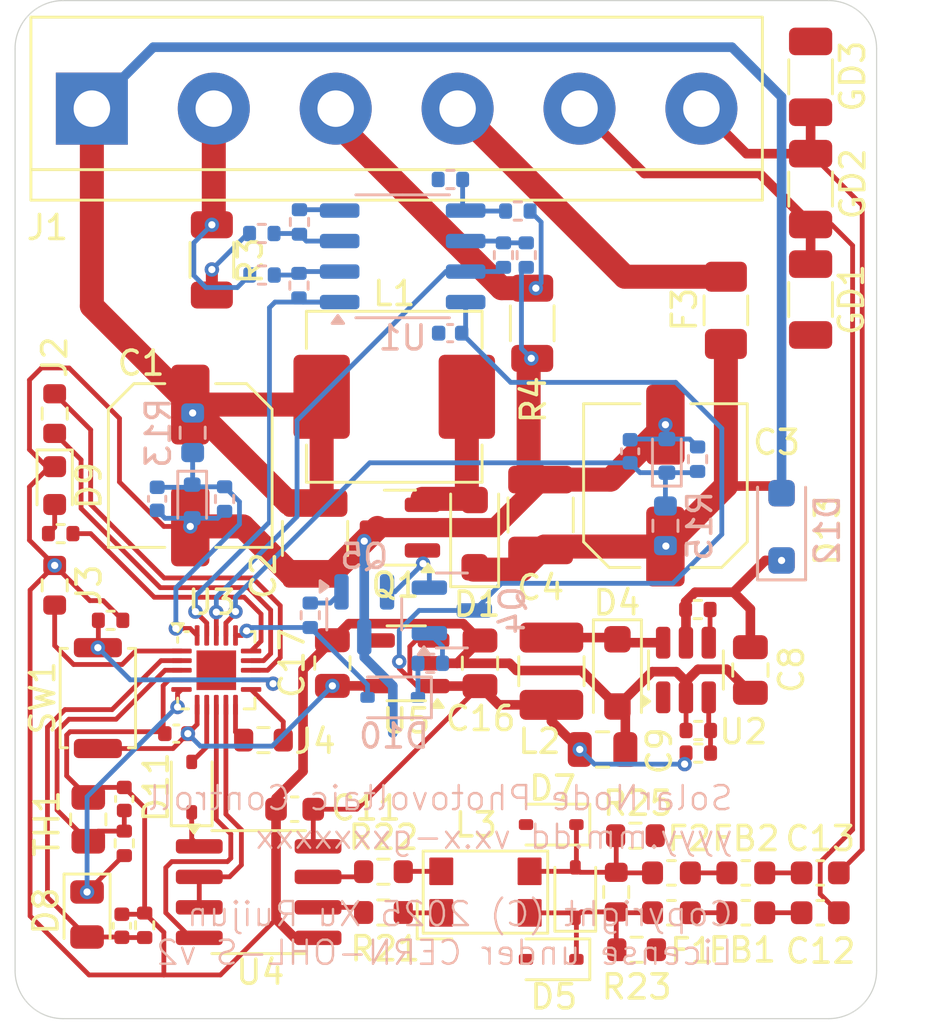
<source format=kicad_pcb>
(kicad_pcb (version 20240108) (generator "pcbnew") (generator_version "8.0")
  (layers (0 "F.Cu" signal) (31 "B.Cu" signal) (34 "B.Paste" user) (35 "F.Paste" user) (36 "B.SilkS" user "B.Silkscreen") (37 "F.SilkS" user "F.Silkscreen") (38 "B.Mask" user) (39 "F.Mask" user) (44 "Edge.Cuts" user))
  (net 0 "")
  (net 1 "GND")
  (net 2 "/SLR+")
  (net 3 "+5V")
  (net 4 "VINP")
  (net 5 "+3.3V")
  (net 6 "Net-(C12-Pad1)")
  (net 7 "/485+")
  (net 8 "Net-(C13-Pad1)")
  (net 9 "/485-")
  (net 10 "/ADC_PD")
  (net 11 "/ADC_T")
  (net 12 "Net-(D1-A)")
  (net 13 "/ADC_Vslr")
  (net 14 "/ADC_Vbus")
  (net 15 "Net-(D4-K)")
  (net 16 "Net-(D5-K)")
  (net 17 "Net-(D6-A)")
  (net 18 "/SampEn")
  (net 19 "Net-(F1-Pad2)")
  (net 20 "Net-(F2-Pad2)")
  (net 21 "Net-(J1-Pin_4)")
  (net 22 "Net-(L3-Pad1)")
  (net 23 "Net-(L3-Pad4)")
  (net 24 "/BUS_Is")
  (net 25 "/SLR_Is")
  (net 26 "/MOS_G")
  (net 27 "Net-(Q4-B)")
  (net 28 "Net-(Q5-B)")
  (net 29 "/MOS_DrvIn")
  (net 30 "/SLR-")
  (net 31 "/BUS-")
  (net 32 "Net-(U1A--)")
  (net 33 "/ADC_Islr")
  (net 34 "Net-(U1A-+)")
  (net 35 "Net-(U1B-+)")
  (net 36 "Net-(U1B--)")
  (net 37 "/ADC_Ibus")
  (net 38 "Net-(U2-~{SHDN})")
  (net 39 "Net-(U2-FB)")
  (net 40 "/PUSH")
  (net 41 "Net-(U4-A)")
  (net 42 "Net-(U4-B)")
  (net 44 "/MAX485_TR")
  (net 45 "/MAX485_RO")
  (net 46 "Net-(D9-A)")
  (net 47 "Net-(J2-Pin_1)")
  (net 48 "/I2C_SCL")
  (net 49 "/I2C_SDA")
  (net 50 "Net-(J2-Pin_2)")
  (net 51 "Net-(J3-Pin_1)")
  (net 52 "/MAX485_DI")
  (net 54 "Net-(D10-K)")
  (net 55 "Net-(U3-NRST_PF2)")
  (net 56 "Net-(D11-K)")
  (net 57 "/BUS+")
  (footprint "Resistor_SMD:R_0402_1005Metric" (layer "F.Cu") (at 116.58 82.71)
    (property "Reference" "R20" (hide yes))
    (property "Value" "10k")
  )
  (footprint "Capacitor_SMD:C_0402_1005Metric" (layer "F.Cu") (at 117.05 95.4325 90)
    (property "Reference" "C14" (hide yes))
    (property "Value" "0.1uF")
  )
  (footprint "Fuse:Fuse_0603_1608Metric" (layer "F.Cu") (at 139.95 93.23)
    (property "Reference" "F2")
    (property "Value" "20mA")
  )
  (footprint "Capacitor_SMD:C_0402_1005Metric" (layer "F.Cu") (at 119.32 87.43)
    (property "Reference" "C10" (hide yes))
    (property "Value" "0.1uF")
  )
  (footprint "Package_DFN_QFN:QFN-20-1EP_3x3mm_P0.4mm_EP1.65x1.65mm" (layer "F.Cu") (at 120.985 84.79)
    (property "Reference" "U3")
    (property "Value" "PY32F003F18U6TR")
  )
  (footprint "Diode_SMD:D_0805_2012Metric" (layer "F.Cu") (at 115.6 94.9625 -90)
    (property "Reference" "D8")
    (property "Value" "D_Photo")
  )
  (footprint "Capacitor_SMD:C_1206_3216Metric" (layer "F.Cu") (at 145.75 69.35 -90)
    (property "Reference" "GD1")
    (property "Value" "75V")
  )
  (footprint "Resistor_SMD:R_0402_1005Metric" (layer "F.Cu") (at 114.5 79.1 180)
    (property "Reference" "R28" (hide yes))
    (property "Value" "470R")
  )
  (footprint "Diode_SMD:D_SOD-123F" (layer "F.Cu") (at 131.75 79.1 90)
    (property "Reference" "D1")
    (property "Value" "DSK310")
  )
  (footprint "LED_SMD:LED_0603_1608Metric" (layer "F.Cu") (at 114.25 77.1 -90)
    (property "Reference" "D9")
    (property "Value" "LED")
  )
  (footprint "Package_TO_SOT_SMD:SOT-23" (layer "F.Cu") (at 128.6375 78.85 180)
    (property "Reference" "Q1")
    (property "Value" "AO3400")
  )
  (footprint "Fuse:Fuse_0603_1608Metric" (layer "F.Cu") (at 139.95 94.89)
    (property "Reference" "F1")
    (property "Value" "20mA")
  )
  (footprint "Diode_SMD:D_SOD-323" (layer "F.Cu") (at 134.94 91.2175 180)
    (property "Reference" "D7")
    (property "Value" "CESDB5V0D3")
  )
  (footprint "Resistor_SMD:R_0402_1005Metric" (layer "F.Cu") (at 118 95.4125 90)
    (property "Reference" "R26" (hide yes))
    (property "Value" "10k")
  )
  (footprint "ProjectLibrary:NetTie-2_VIA_Pad0.6_0.3mm" (layer "F.Cu") (at 134.11 71.8 -90)
    (property "Reference" "NT1" (hide yes))
    (property "Value" "NetTie_2" (hide yes))
  )
  (footprint "Capacitor_SMD:C_Elec_6.3x5.4" (layer "F.Cu") (at 139.7 77.1 90)
    (property "Reference" "C3")
    (property "Value" "10uF 100V")
  )
  (footprint "Capacitor_SMD:C_0603_1608Metric" (layer "F.Cu") (at 146.15 93.23)
    (property "Reference" "C13")
    (property "Value" "100nF 100V")
  )
  (footprint "Resistor_SMD:R_0603_1608Metric" (layer "F.Cu") (at 114.25 81.25 90)
    (property "Reference" "J3")
    (property "Value" "Conn_01x02")
  )
  (footprint "Capacitor_SMD:C_0603_1608Metric" (layer "F.Cu") (at 146.15 94.89)
    (property "Reference" "C12")
    (property "Value" "100nF 100V")
  )
  (footprint "Package_TO_SOT_SMD:SOT-23-5" (layer "F.Cu") (at 128.9 84.5 180)
    (property "Reference" "U5")
    (property "Value" "SGM2033-3.3")
  )
  (footprint "Inductor_SMD:L_1210_3225Metric" (layer "F.Cu") (at 134.95 84.83 -90)
    (property "Reference" "L2")
    (property "Value" "47uH")
  )
  (footprint "Capacitor_SMD:C_0805_2012Metric" (layer "F.Cu") (at 125.8225 84.49 90)
    (property "Reference" "C17")
    (property "Value" "10uF")
  )
  (footprint "Capacitor_SMD:C_1210_3225Metric" (layer "F.Cu") (at 125.1 79.3 -90)
    (property "Reference" "C2")
    (property "Value" "2.2uF 100V")
  )
  (footprint "Package_TO_SOT_SMD:SOT-23-6" (layer "F.Cu") (at 140.555 84.78 90)
    (property "Reference" "U2")
    (property "Value" "OC5864")
  )
  (footprint "Capacitor_SMD:C_Elec_6.3x5.4" (layer "F.Cu") (at 119.9 76.2625 -90)
    (property "Reference" "C1")
    (property "Value" "22uF 50V")
  )
  (footprint "Resistor_SMD:R_1206_3216Metric" (layer "F.Cu") (at 120.8 67.7 -90)
    (property "Reference" "R3")
    (property "Value" "0.01")
  )
  (footprint "Resistor_SMD:R_0603_1608Metric" (layer "F.Cu") (at 127.95 94.88)
    (property "Reference" "R21")
    (property "Value" "22R")
  )
  (footprint "Inductor_SMD:L_0603_1608Metric" (layer "F.Cu") (at 143.05 93.23)
    (property "Reference" "FB2")
    (property "Value" "1000R")
  )
  (footprint "Capacitor_SMD:C_0805_2012Metric" (layer "F.Cu") (at 143.24 84.78 90)
    (property "Reference" "C8")
    (property "Value" "1uF 100V")
  )
  (footprint "Capacitor_SMD:C_1210_3225Metric" (layer "F.Cu") (at 134.5 78.325 90)
    (property "Reference" "C4")
    (property "Value" "2.2uF 100V")
  )
  (footprint "Resistor_SMD:R_0603_1608Metric" (layer "F.Cu") (at 138.45 91.68)
    (property "Reference" "R25")
    (property "Value" "1M")
  )
  (footprint "Resistor_SMD:R_0603_1608Metric" (layer "F.Cu") (at 114.25 74.1 -90)
    (property "Reference" "J2")
    (property "Value" "Conn_01x02")
  )
  (footprint "Resistor_SMD:R_0603_1608Metric" (layer "F.Cu") (at 127.95 93.18)
    (property "Reference" "R22")
    (property "Value" "22R")
  )
  (footprint "Fuse:Fuse_1206_3216Metric" (layer "F.Cu") (at 142.22 69.8 -90)
    (property "Reference" "F3")
    (property "Value" "2A")
  )
  (footprint "Capacitor_SMD:C_0805_2012Metric" (layer "F.Cu") (at 137.08 88.09)
    (property "Reference" "C9")
    (property "Value" "10uF")
  )
  (footprint "Resistor_SMD:R_0603_1608Metric" (layer "F.Cu") (at 138.5 96.43)
    (property "Reference" "R23")
    (property "Value" "1M")
  )
  (footprint "Diode_SMD:D_SOD-323" (layer "F.Cu") (at 134.94 96.83 180)
    (property "Reference" "D5")
    (property "Value" "CESDB5V0D3")
  )
  (footprint "Resistor_SMD:R_0402_1005Metric" (layer "F.Cu") (at 141.07 87.3)
    (property "Reference" "R18" (hide yes))
    (property "Value" "20k")
  )
  (footprint "Capacitor_SMD:C_0805_2012Metric" (layer "F.Cu") (at 131.9725 84.5 90)
    (property "Reference" "C16")
    (property "Value" "10uF")
  )
  (footprint "Inductor_SMD:L_APV_APH0630" (layer "F.Cu") (at 128.4 73.4)
    (property "Reference" "L1")
    (property "Value" "10uH")
  )
  (footprint "Diode_SMD:D_SOD-323" (layer "F.Cu") (at 135.945 94.05 90)
    (property "Reference" "D6" (hide yes))
    (property "Value" "CESDB5V0D3")
  )
  (footprint "NetTie:NetTie-2_SMD_Pad0.5mm" (layer "F.Cu") (at 120.8 68.6 -90)
    (property "Reference" "NT2" (hide yes))
    (property "Value" "NetTie_2" (hide yes))
  )
  (footprint "Package_SO:SOIC-8_3.9x4.9mm_P1.27mm" (layer "F.Cu") (at 122.75 94.03)
    (property "Reference" "U4")
    (property "Value" "MAX485E")
  )
  (footprint "Resistor_SMD:R_0603_1608Metric" (layer "F.Cu") (at 137.65 94.03 90)
    (property "Reference" "R24" (hide yes))
    (property "Value" "1M")
  )
  (footprint "Resistor_SMD:R_0603_1608Metric" (layer "F.Cu") (at 122.95 87.7)
    (property "Reference" "J4")
    (property "Value" "Conn_01x02")
  )
  (footprint "Resistor_SMD:R_0805_2012Metric" (layer "F.Cu") (at 115.65 91 90)
    (property "Reference" "TH1")
    (property "Value" "Thermistor_NTC")
  )
  (footprint "Capacitor_SMD:C_1206_3216Metric" (layer "F.Cu") (at 145.75 60.075 90)
    (property "Reference" "GD3")
    (property "Value" "75V")
  )
  (footprint "Resistor_SMD:R_0402_1005Metric" (layer "F.Cu") (at 141.07 88.24 180)
    (property "Reference" "R19" (hide yes))
    (property "Value" "100k")
  )
  (footprint "Resistor_SMD:R_1206_3216Metric" (layer "F.Cu") (at 134.15 70.34 90)
    (property "Reference" "R4")
    (property "Value" "0.01")
  )
  (footprint "Inductor_SMD:L_0603_1608Metric" (layer "F.Cu") (at 143.05 94.89)
    (property "Reference" "FB1")
    (property "Value" "1000R")
  )
  (footprint "Capacitor_SMD:C_0603_1608Metric" (layer "F.Cu") (at 124.25 90.5775)
    (property "Reference" "C11")
    (property "Value" "0.1uF")
  )
  (footprint "Resistor_SMD:R_0402_1005Metric" (layer "F.Cu") (at 117.15 92 90)
    (property "Reference" "R27" (hide yes))
    (property "Value" "10k")
  )
  (footprint "Inductor_SMD:L_CommonModeChoke_Coilcraft_1812CAN" (layer "F.Cu") (at 132.2 94.03 90)
    (property "Reference" "L3")
    (property "Value" "1000R")
  )
  (footprint "Button_Switch_SMD:SW_Push_SPST_NO_Alps_SKRK" (layer "F.Cu") (at 116.05 85.95 90)
    (property "Reference" "SW1")
    (property "Value" "3*4*2mm")
  )
  (footprint "Diode_SMD:D_SOD-123F" (layer "F.Cu") (at 137.7 84.9 -90)
    (property "Reference" "D4")
    (property "Value" "DSK210")
  )
  (footprint "Resistor_SMD:R_0402_1005Metric" (layer "F.Cu") (at 141.05 82.26)
    (property "Reference" "R17" (hide yes))
    (property "Value" "510k")
  )
  (footprint "Capacitor_SMD:C_1206_3216Metric" (layer "F.Cu") (at 145.75 64.75 90)
    (property "Reference" "GD2")
    (property "Value" "75V")
  )
  (footprint "Diode_SMD:D_SOD-123F" (layer "F.Cu") (at 144.54 78.8175 90)
    (property "Reference" "D13")
    (property "Value" "DSF1D")
  )
  (footprint "Capacitor_SMD:C_0402_1005Metric" (layer "F.Cu") (at 117.15 90.15 90)
    (property "Reference" "C15" (hide yes))
    (property "Value" "0.1uF")
  )
  (footprint "Diode_SMD:D_SOD-323" (layer "F.Cu") (at 119.96 89.6575 90)
    (property "Reference" "D11")
    (property "Value" "2.0V")
  )
  (footprint "TerminalBlock:TerminalBlock_bornier-6_P5.08mm" (layer "F.Cu") (at 115.8 61.4)
    (property "Reference" "J1")
    (property "Value" "Conn_01x06")
  )
  (footprint "Resistor_SMD:R_0402_1005Metric" (layer "B.Cu") (at 124.45 66.12 90)
    (property "Reference" "R8" (hide yes))
    (property "Value" "47k")
  )
  (footprint "Package_TO_SOT_SMD:SOT-23" (layer "B.Cu") (at 130.8 82.3)
    (property "Reference" "Q4")
    (property "Value" "S8550")
  )
  (footprint "Resistor_SMD:R_0402_1005Metric" (layer "B.Cu") (at 132.95 67.5 -90)
    (property "Reference" "R12" (hide yes))
    (property "Value" "47k")
  )
  (footprint "Resistor_SMD:R_0402_1005Metric" (layer "B.Cu") (at 129.9 84.5)
    (property "Reference" "R1" (hide yes))
    (property "Value" "10k")
  )
  (footprint "Resistor_SMD:R_0402_1005Metric" (layer "B.Cu") (at 133.55 65.665 180)
    (property "Reference" "R9" (hide yes))
    (property "Value" "1k")
  )
  (footprint "Resistor_SMD:R_0402_1005Metric" (layer "B.Cu") (at 141.04 76 90)
    (property "Reference" "R16" (hide yes))
    (property "Value" "22k")
  )
  (footprint "Resistor_SMD:R_0402_1005Metric" (layer "B.Cu") (at 133.9 67.5 90)
    (property "Reference" "R10" (hide yes))
    (property "Value" "1k")
  )
  (footprint "Capacitor_SMD:C_0402_1005Metric" (layer "B.Cu") (at 118.52 77.65 -90)
    (property "Reference" "C6" (hide yes))
    (property "Value" "4.7nF")
  )
  (footprint "Diode_SMD:D_SOD-323" (layer "B.Cu") (at 128.3375 85.92 180)
    (property "Reference" "D10")
    (property "Value" "2.0V")
  )
  (footprint "Capacitor_SMD:C_0402_1005Metric" (layer "B.Cu") (at 130.73 70.75 180)
    (property "Reference" "C5" (hide yes))
    (property "Value" "0.1uF")
  )
  (footprint "Resistor_SMD:R_0402_1005Metric" (layer "B.Cu") (at 130.74 64.35 180)
    (property "Reference" "R11" (hide yes))
    (property "Value" "47k")
  )
  (footprint "Diode_SMD:D_SOD-523" (layer "B.Cu") (at 139.76 75.86 90)
    (property "Reference" "D3" (hide yes))
    (property "Value" "CESD3V3D5")
  )
  (footprint "Resistor_SMD:R_0402_1005Metric" (layer "B.Cu") (at 124.9 82.5 90)
    (property "Reference" "R2" (hide yes))
    (property "Value" "10k")
  )
  (footprint "Resistor_SMD:R_0603_1608Metric" (layer "B.Cu") (at 120 74.9 -90)
    (property "Reference" "R13")
    (property "Value" "470k")
  )
  (footprint "Resistor_SMD:R_0402_1005Metric" (layer "B.Cu") (at 122.88 66.6)
    (property "Reference" "R7" (hide yes))
    (property "Value" "1k")
  )
  (footprint "Resistor_SMD:R_0402_1005Metric" (layer "B.Cu") (at 122.89 68.33)
    (property "Reference" "R5" (hide yes))
    (property "Value" "1k")
  )
  (footprint "Package_SO:SOP-8_3.9x4.9mm_P1.27mm" (layer "B.Cu") (at 128.75 67.55)
    (property "Reference" "U1")
    (property "Value" "LM358")
  )
  (footprint "Capacitor_SMD:C_0402_1005Metric" (layer "B.Cu") (at 138.23 75.67 90)
    (property "Reference" "C7" (hide yes))
    (property "Value" "4.7nF")
  )
  (footprint "Resistor_SMD:R_0603_1608Metric" (layer "B.Cu") (at 139.7 78.775 90)
    (property "Reference" "R15")
    (property "Value" "470k")
  )
  (footprint "Diode_SMD:D_SOD-123F" (layer "B.Cu") (at 144.54 78.8175 90)
    (property "Reference" "D12")
    (property "Value" "DSF1D")
  )
  (footprint "Diode_SMD:D_SOD-523" (layer "B.Cu") (at 119.98 77.76 -90)
    (property "Reference" "D2" (hide yes))
    (property "Value" "CESD3V3D5")
  )
  (footprint "Package_TO_SOT_SMD:SOT-23" (layer "B.Cu") (at 127.15 82.4625 -90)
    (property "Reference" "Q5")
    (property "Value" "S8050")
  )
  (footprint "Resistor_SMD:R_0402_1005Metric" (layer "B.Cu") (at 124.43 68.77 -90)
    (property "Reference" "R6" (hide yes))
    (property "Value" "47k")
  )
  (footprint "Resistor_SMD:R_0402_1005Metric" (layer "B.Cu") (at 121.33 77.66 -90)
    (property "Reference" "R14" (hide yes))
    (property "Value" "22k")
  )
  (gr_line (start 148.5 58.9) (end 148.5 97.3) (stroke (width 0.05)) (layer "Edge.Cuts"))
  (gr_arc (start 112.6 58.9) (mid 113.185786 57.485786) (end 114.6 56.9) (stroke (width 0.05)) (layer "Edge.Cuts"))
  (gr_line (start 112.6 97.3) (end 112.6 58.9) (stroke (width 0.05)) (layer "Edge.Cuts"))
  (gr_line (start 114.6 56.9) (end 146.5 56.9) (stroke (width 0.05)) (layer "Edge.Cuts"))
  (gr_arc (start 148.5 97.3) (mid 147.914214 98.714214) (end 146.5 99.3) (stroke (width 0.05)) (layer "Edge.Cuts"))
  (gr_arc (start 114.6 99.3) (mid 113.185786 98.714214) (end 112.6 97.3) (stroke (width 0.05)) (layer "Edge.Cuts"))
  (gr_arc (start 146.5 56.9) (mid 147.914214 57.485786) (end 148.5 58.9) (stroke (width 0.05)) (layer "Edge.Cuts"))
  (gr_line (start 146.5 99.3) (end 114.6 99.3) (stroke (width 0.05)) (layer "Edge.Cuts"))
  (gr_text "SolarNode Photovoltaic Controll\nyyyy.mm.dd vx.x-gxxxxxxx\n\nCopyright (C) 2025 Xu Ruijun\nLicense under CERN-OHL-S v2" (at 142.58 97.14 0) (layer "B.SilkS") (effects (font (size 1 1) (thickness 0.1)) (justify left bottom mirror)))
  (segment (start 114.75 89.1875) (end 114.75 87.491372) (width 0.2) (layer "F.Cu") (net 1))
  (segment (start 134 71.9525) (end 134 76.35) (width 1) (layer "F.Cu") (net 1))
  (segment (start 117.05 94.9525) (end 117.95 94.9525) (width 0.2) (layer "F.Cu") (net 1))
  (segment (start 118 90.52) (end 118 94.9025) (width 0.2) (layer "F.Cu") (net 1))
  (segment (start 114.0375 76.3125) (end 114.25 76.3125) (width 0.2) (layer "F.Cu") (net 1))
  (segment (start 117.09 82.71) (end 116.27 81.89) (width 0.2) (layer "F.Cu") (net 1))
  (segment (start 117.15 89.67) (end 116.0675 89.67) (width 0.2) (layer "F.Cu") (net 1))
  (segment (start 114.891372 87.35) (end 118.76 87.35) (width 0.2) (layer "F.Cu") (net 1))
  (segment (start 137.4125 76.85) (end 139.7 74.5625) (width 1) (layer "F.Cu") (net 1))
  (segment (start 114 80.425) (end 114.25 80.425) (width 0.2) (layer "F.Cu") (net 1))
  (segment (start 116.27 81.89) (end 115.715 81.89) (width 0.2) (layer "F.Cu") (net 1))
  (segment (start 127.7 78.8625) (end 125.7875 80.775) (width 1) (layer "F.Cu") (net 1))
  (segment (start 134.15 71.8025) (end 134 71.9525) (width 1) (layer "F.Cu") (net 1))
  (segment (start 120.585 85.19) (end 120.985 84.79) (width 0.2) (layer "F.Cu") (net 1))
  (segment (start 119.535 85.19) (end 120.585 85.19) (width 0.2) (layer "F.Cu") (net 1))
  (segment (start 114.25 76.3125) (end 113.9125 76.3125) (width 0.2) (layer "F.Cu") (net 1))
  (segment (start 118.8 97.48) (end 121.154999 97.48) (width 0.2) (layer "F.Cu") (net 1))
  (segment (start 115.715 81.89) (end 113.2 79.375) (width 0.2) (layer "F.Cu") (net 1))
  (segment (start 113.2 75.6) (end 113.2 72.7) (width 0.2) (layer "F.Cu") (net 1))
  (segment (start 115.68 97.48) (end 118.8 97.48) (width 0.2) (layer "F.Cu") (net 1))
  (segment (start 121.154999 97.48) (end 123.475 95.159999) (width 0.2) (layer "F.Cu") (net 1))
  (segment (start 116.95 74.3) (end 116.95 76.95) (width 0.2) (layer "F.Cu") (net 1))
  (segment (start 133.2 84.5) (end 131.0225 84.5) (width 0.4) (layer "F.Cu") (net 1))
  (segment (start 140.56 87.3) (end 140.56 85.9225) (width 0.2) (layer "F.Cu") (net 1))
  (segment (start 133.5 84.8) (end 133.2 84.5) (width 0.4) (layer "F.Cu") (net 1))
  (segment (start 127.712499 78.850001) (end 132.600429 78.850001) (width 0.8) (layer "F.Cu") (net 1))
  (segment (start 127.7 78.8625) (end 127.712499 78.850001) (width 0.6) (layer "F.Cu") (net 1))
  (segment (start 140.149999 84.85) (end 139.15 84.85) (width 0.4) (layer "F.Cu") (net 1))
  (segment (start 119.535 85.19) (end 119.01364 85.19) (width 0.2) (layer "F.Cu") (net 1))
  (segment (start 123.475 95.159999) (end 124.250001 95.935) (width 0.4) (layer "F.Cu") (net 1))
  (segment (start 136.2 84.8) (end 133.5 84.8) (width 0.4) (layer "F.Cu") (net 1))
  (segment (start 140.56 85.9225) (end 140.555 85.9175) (width 0.2) (layer "F.Cu") (net 1))
  (segment (start 113.2 77.15) (end 114.0375 76.3125) (width 0.2) (layer "F.Cu") (net 1))
  (segment (start 113.2 72.7) (end 113.7 72.2) (width 0.2) (layer "F.Cu") (net 1))
  (segment (start 132.600429 78.850001) (end 134.5 76.95043) (width 0.8) (layer "F.Cu") (net 1))
  (segment (start 134 76.35) (end 134.5 76.85) (width 1) (layer "F.Cu") (net 1))
  (segment (start 116.0675 89.67) (end 115.65 90.0875) (width 0.2) (layer "F.Cu") (net 1))
  (segment (start 113.225 95.025) (end 115.68 97.48) (width 0.2) (layer "F.Cu") (net 1))
  (segment (start 141.060001 84.75) (end 142.26 84.75) (width 0.4) (layer "F.Cu") (net 1))
  (segment (start 113.7 72.2) (end 114.85 72.2) (width 0.2) (layer "F.Cu") (net 1))
  (segment (start 134.5 76.85) (end 137.4125 76.85) (width 1) (layer "F.Cu") (net 1))
  (segment (start 117.95 94.9525) (end 118 94.9025) (width 0.2) (layer "F.Cu") (net 1))
  (segment (start 134.5 76.95043) (end 134.5 76.85) (width 0.6) (layer "F.Cu") (net 1))
  (segment (start 142.26 84.75) (end 143.24 85.73) (width 0.4) (layer "F.Cu") (net 1))
  (segment (start 126.5125 82.85) (end 131.2725 82.85) (width 0.4) (layer "F.Cu") (net 1))
  (segment (start 140.555 85.255001) (end 141.060001 84.75) (width 0.4) (layer "F.Cu") (net 1))
  (segment (start 123.475 90.5775) (end 123.475 90.125) (width 0.4) (layer "F.Cu") (net 1))
  (segment (start 116.95 76.95) (end 118.8 78.8) (width 0.2) (layer "F.Cu") (net 1))
  (segment (start 114.75 87.491372) (end 114.891372 87.35) (width 0.2) (layer "F.Cu") (net 1))
  (segment (start 113.9125 76.3125) (end 113.2 75.6) (width 0.2) (layer "F.Cu") (net 1))
  (segment (start 118.8 78.8) (end 119.9 78.8) (width 0.2) (layer "F.Cu") (net 1))
  (segment (start 140.555 85.255001) (end 140.149999 84.85) (width 0.4) (layer "F.Cu") (net 1))
  (segment (start 131.0225 84.5) (end 131.9725 83.55) (width 0.4) (layer "F.Cu") (net 1))
  (segment (start 125.7875 80.775) (end 125.1 80.775) (width 1) (layer "F.Cu") (net 1))
  (segment (start 124.075 80.775) (end 122.1 78.8) (width 1) (layer "F.Cu") (net 1))
  (segment (start 125.1 80.775) (end 124.075 80.775) (width 1) (layer "F.Cu") (net 1))
  (segment (start 122.1 78.8) (end 119.9 78.8) (width 1) (layer "F.Cu") (net 1))
  (segment (start 118.77 85.43364) (end 118.77 87.36) (width 0.2) (layer "F.Cu") (net 1))
  (segment (start 117.15 89.67) (end 118 90.52) (width 0.2) (layer "F.Cu") (net 1))
  (segment (start 124.6 89) (end 124.6 84.7625) (width 0.4) (layer "F.Cu") (net 1))
  (segment (start 115.65 90.0875) (end 114.75 89.1875) (width 0.2) (layer "F.Cu") (net 1))
  (segment (start 124.6 84.7625) (end 125.8225 83.54) (width 0.4) (layer "F.Cu") (net 1))
  (segment (start 125.8225 83.54) (end 126.5125 82.85) (width 0.4) (layer "F.Cu") (net 1))
  (segment (start 140.555 85.9175) (end 140.555 85.255001) (width 0.4) (layer "F.Cu") (net 1))
  (segment (start 118.77 87.36) (end 118.84 87.43) (width 0.2) (layer "F.Cu") (net 1))
  (segment (start 119.01364 85.19) (end 118.77 85.43364) (width 0.2) (layer "F.Cu") (net 1))
  (segment (start 123.475 90.125) (end 124.6 89) (width 0.4) (layer "F.Cu") (net 1))
  (segment (start 123.475 90.5775) (end 123.475 95.159999) (width 0.4) (layer "F.Cu") (net 1))
  (segment (start 118.8 95.7025) (end 118.8 97.48) (width 0.2) (layer "F.Cu") (net 1))
  (segment (start 137.7 86.3) (end 136.2 84.8) (width 0.4) (layer "F.Cu") (net 1))
  (segment (start 131.2725 82.85) (end 131.9725 83.55) (width 0.4) (layer "F.Cu") (net 1))
  (segment (start 118 94.9025) (end 118.8 95.7025) (width 0.2) (layer "F.Cu") (net 1))
  (segment (start 114.25 80.425) (end 113.225 81.45) (width 0.2) (layer "F.Cu") (net 1))
  (segment (start 113.2 79.375) (end 113.2 77.15) (width 0.2) (layer "F.Cu") (net 1))
  (segment (start 118.76 87.35) (end 118.84 87.43) (width 0.2) (layer "F.Cu") (net 1))
  (segment (start 124.250001 95.935) (end 125.225 95.935) (width 0.4) (layer "F.Cu") (net 1))
  (segment (start 113.225 81.45) (end 113.225 95.025) (width 0.2) (layer "F.Cu") (net 1))
  (segment (start 130.0375 84.5) (end 131.0225 84.5) (width 0.4) (layer "F.Cu") (net 1))
  (segment (start 139.15 84.85) (end 137.7 86.3) (width 0.4) (layer "F.Cu") (net 1))
  (segment (start 114.85 72.2) (end 116.95 74.3) (width 0.2) (layer "F.Cu") (net 1))
  (segment (start 138.03 88.09) (end 138.03 86.63) (width 0.4) (layer "F.Cu") (net 1))
  (segment (start 138.03 86.63) (end 137.7 86.3) (width 0.4) (layer "F.Cu") (net 1))
  (via (at 119.9 78.8) (size 0.6) (drill 0.3) (layers "F.Cu" "B.Cu") (net 1))
  (via (at 127.15 79.4125) (size 0.6) (drill 0.3) (layers "F.Cu" "B.Cu") (net 1))
  (via (at 114.25 80.425) (size 0.6) (drill 0.3) (layers "F.Cu" "B.Cu") (net 1))
  (via (at 139.7 74.5625) (size 0.6) (drill 0.3) (layers "F.Cu" "B.Cu") (net 1))
  (segment (start 127.15 79.4125) (end 127.15 83.4) (width 0.4) (layer "B.Cu") (net 1))
  (segment (start 118.85 78.46) (end 118.52 78.13) (width 0.2) (layer "B.Cu") (net 1))
  (segment (start 119.98 78.46) (end 121.04 78.46) (width 0.2) (layer "B.Cu") (net 1))
  (segment (start 121.04 78.46) (end 121.33 78.17) (width 0.2) (layer "B.Cu") (net 1))
  (segment (start 126.09 65.61) (end 126.125 65.645) (width 0.2) (layer "B.Cu") (net 1))
  (segment (start 139.76 75.16) (end 138.26 75.16) (width 0.2) (layer "B.Cu") (net 1))
  (segment (start 124.45 65.61) (end 126.09 65.61) (width 0.2) (layer "B.Cu") (net 1))
  (segment (start 127.15 84.25) (end 128.34 85.44) (width 0.4) (layer "B.Cu") (net 1))
  (segment (start 128.34 85.44) (end 128.34 87.4) (width 0.4) (layer "B.Cu") (net 1))
  (segment (start 139.76 75.16) (end 139.76 74.6225) (width 0.2) (layer "B.Cu") (net 1))
  (segment (start 139.76 75.16) (end 140.71 75.16) (width 0.2) (layer "B.Cu") (net 1))
  (segment (start 140.71 75.16) (end 141.04 75.49) (width 0.2) (layer "B.Cu") (net 1))
  (segment (start 119.98 78.46) (end 118.85 78.46) (width 0.2) (layer "B.Cu") (net 1))
  (segment (start 139.76 74.6225) (end 139.7 74.5625) (width 0.2) (layer "B.Cu") (net 1))
  (segment (start 127.15 83.4) (end 127.15 84.25) (width 0.4) (layer "B.Cu") (net 1))
  (segment (start 138.26 75.16) (end 138.23 75.19) (width 0.2) (layer "B.Cu") (net 1))
  (segment (start 125.05 73.725) (end 125.375 73.4) (width 1) (layer "F.Cu") (net 2))
  (segment (start 120 74.075) (end 120.35 73.725) (width 1) (layer "F.Cu") (net 2))
  (segment (start 120 74.075) (end 120.25 74.075) (width 1) (layer "F.Cu") (net 2))
  (segment (start 120.35 73.725) (end 125.05 73.725) (width 1) (layer "F.Cu") (net 2))
  (segment (start 119.9 73.725) (end 115.8 69.625) (width 1) (layer "F.Cu") (net 2))
  (segment (start 124 77.825) (end 125.1 77.825) (width 1) (layer "F.Cu") (net 2))
  (segment (start 120.25 74.075) (end 124 77.825) (width 1) (layer "F.Cu") (net 2))
  (segment (start 125.375 73.4) (end 125.375 77.55) (width 1) (layer "F.Cu") (net 2))
  (segment (start 125.375 77.55) (end 125.1 77.825) (width 1) (layer "F.Cu") (net 2))
  (segment (start 115.8 69.625) (end 115.8 61.4) (width 1) (layer "F.Cu") (net 2))
  (via (at 120 74.075) (size 0.6) (drill 0.3) (layers "F.Cu" "B.Cu") (net 2))
  (segment (start 142.47 58.84) (end 118.36 58.84) (width 0.4) (layer "B.Cu") (net 2))
  (segment (start 144.54 77.4175) (end 144.54 60.91) (width 0.4) (layer "B.Cu") (net 2))
  (segment (start 144.54 60.91) (end 142.47 58.84) (width 0.4) (layer "B.Cu") (net 2))
  (segment (start 118.36 58.84) (end 115.8 61.4) (width 0.4) (layer "B.Cu") (net 2))
  (segment (start 125.025 90.5775) (end 125.025 91.925) (width 0.2) (layer "F.Cu") (net 3))
  (segment (start 126.845 90.5775) (end 131.9725 85.45) (width 0.2) (layer "F.Cu") (net 3))
  (segment (start 134.95 86.23) (end 134.95 86.91) (width 0.4) (layer "F.Cu") (net 3))
  (segment (start 140.5 88.7) (end 140.56 88.64) (width 0.2) (layer "F.Cu") (net 3))
  (segment (start 128.61 84.71) (end 129.05 85.15) (width 0.2) (layer "F.Cu") (net 3))
  (segment (start 132.7525 86.23) (end 131.9725 85.45) (width 0.4) (layer "F.Cu") (net 3))
  (segment (start 140.56 88.64) (end 140.56 88.24) (width 0.2) (layer "F.Cu") (net 3))
  (segment (start 134.95 86.91) (end 136.13 88.09) (width 0.4) (layer "F.Cu") (net 3))
  (segment (start 125.025 90.5775) (end 126.845 90.5775) (width 0.2) (layer "F.Cu") (net 3))
  (segment (start 134.95 86.23) (end 132.7525 86.23) (width 0.4) (layer "F.Cu") (net 3))
  (segment (start 131.9725 85.45) (end 130.0375 85.45) (width 0.4) (layer "F.Cu") (net 3))
  (segment (start 129.3 83.55) (end 129.05 83.8) (width 0.2) (layer "F.Cu") (net 3))
  (segment (start 128.61 84.43) (end 128.61 84.71) (width 0.2) (layer "F.Cu") (net 3))
  (segment (start 129.05 85.15) (end 129.35 85.45) (width 0.2) (layer "F.Cu") (net 3))
  (segment (start 130.0375 83.55) (end 129.3 83.55) (width 0.2) (layer "F.Cu") (net 3))
  (segment (start 129.05 83.8) (end 129.05 85.15) (width 0.2) (layer "F.Cu") (net 3))
  (segment (start 129.35 85.45) (end 130.0375 85.45) (width 0.2) (layer "F.Cu") (net 3))
  (segment (start 125.025 91.925) (end 125.225 92.125) (width 0.2) (layer "F.Cu") (net 3))
  (via (at 128.61 84.43) (size 0.6) (drill 0.3) (layers "F.Cu" "B.Cu") (net 3))
  (via (at 140.5 88.7) (size 0.6) (drill 0.3) (layers "F.Cu" "B.Cu") (net 3))
  (via (at 136.13 88.09) (size 0.6) (drill 0.3) (layers "F.Cu" "B.Cu") (net 3))
  (segment (start 140.13 72.8) (end 133.25 72.8) (width 0.2) (layer "B.Cu") (net 3))
  (segment (start 133.25 72.8) (end 131.21 70.76) (width 0.2) (layer "B.Cu") (net 3))
  (segment (start 132.8675 81.17) (end 140.01 81.17) (width 0.2) (layer "B.Cu") (net 3))
  (segment (start 129.434448 82.3) (end 131.7375 82.3) (width 0.2) (layer "B.Cu") (net 3))
  (segment (start 142.05 79.13) (end 142.05 74.72) (width 0.2) (layer "B.Cu") (net 3))
  (segment (start 131.375 70.585) (end 131.21 70.75) (width 0.2) (layer "B.Cu") (net 3))
  (segment (start 142.05 74.72) (end 140.13 72.8) (width 0.2) (layer "B.Cu") (net 3))
  (segment (start 128.61 83.124448) (end 129.434448 82.3) (width 0.2) (layer "B.Cu") (net 3))
  (segment (start 131.21 70.76) (end 131.21 70.75) (width 0.2) (layer "B.Cu") (net 3))
  (segment (start 131.375 69.455) (end 131.375 70.585) (width 0.2) (layer "B.Cu") (net 3))
  (segment (start 140.01 81.17) (end 142.05 79.13) (width 0.2) (layer "B.Cu") (net 3))
  (segment (start 128.61 84.43) (end 128.61 83.124448) (width 0.2) (layer "B.Cu") (net 3))
  (segment (start 136.74 88.7) (end 136.13 88.09) (width 0.2) (layer "B.Cu") (net 3))
  (segment (start 140.5 88.7) (end 136.74 88.7) (width 0.2) (layer "B.Cu") (net 3))
  (segment (start 131.7375 82.3) (end 132.8675 81.17) (width 0.2) (layer "B.Cu") (net 3))
  (segment (start 143.8625 80.2175) (end 144.54 80.2175) (width 0.4) (layer "F.Cu") (net 4))
  (segment (start 140.555 82.275) (end 140.54 82.26) (width 0.4) (layer "F.Cu") (net 4))
  (segment (start 142.54 81.54) (end 140.940001 81.54) (width 0.4) (layer "F.Cu") (net 4))
  (segment (start 140.54 81.940001) (end 140.54 82.26) (width 0.4) (layer "F.Cu") (net 4))
  (segment (start 142.54 81.54) (end 143.8625 80.2175) (width 0.4) (layer "F.Cu") (net 4))
  (segment (start 140.940001 81.54) (end 140.54 81.940001) (width 0.4) (layer "F.Cu") (net 4))
  (segment (start 140.555 83.6425) (end 140.555 82.275) (width 0.4) (layer "F.Cu") (net 4))
  (segment (start 143.24 82.24) (end 142.54 81.54) (width 0.4) (layer "F.Cu") (net 4))
  (segment (start 143.24 83.83) (end 143.24 82.24) (width 0.4) (layer "F.Cu") (net 4))
  (via (at 144.54 80.2175) (size 0.6) (drill 0.3) (layers "F.Cu" "B.Cu") (net 4))
  (segment (start 127.7525 85.44) (end 127.7625 85.45) (width 0.4) (layer "F.Cu") (net 5))
  (segment (start 120.185 86.24) (end 120.185 87.045) (width 0.2) (layer "F.Cu") (net 5))
  (segment (start 125.8225 85.44) (end 127.7525 85.44) (width 0.4) (layer "F.Cu") (net 5))
  (segment (start 120.185 87.045) (end 119.8 87.43) (width 0.2) (layer "F.Cu") (net 5))
  (segment (start 116.05 88.05) (end 119.18 88.05) (width 0.2) (layer "F.Cu") (net 5))
  (segment (start 119.18 88.05) (end 119.8 87.43) (width 0.2) (layer "F.Cu") (net 5))
  (via (at 125.8225 85.44) (size 0.6) (drill 0.3) (layers "F.Cu" "B.Cu") (net 5))
  (via (at 119.8 87.43) (size 0.6) (drill 0.3) (layers "F.Cu" "B.Cu") (net 5))
  (segment (start 123.3125 87.95) (end 125.8225 85.44) (width 0.2) (layer "B.Cu") (net 5))
  (segment (start 120.32 87.95) (end 123.3125 87.95) (width 0.2) (layer "B.Cu") (net 5))
  (segment (start 119.8 87.43) (end 120.32 87.95) (width 0.2) (layer "B.Cu") (net 5))
  (segment (start 145.375 94.89) (end 143.8375 94.89) (width 0.2) (layer "F.Cu") (net 6))
  (segment (start 147.5 67.1) (end 147.5 91.431304) (width 0.2) (layer "F.Cu") (net 7))
  (segment (start 146.15 92.781304) (end 146.15 94.115) (width 0.2) (layer "F.Cu") (net 7))
  (segment (start 147.5 91.431304) (end 146.15 92.781304) (width 0.2) (layer "F.Cu") (net 7))
  (segment (start 146.15 94.115) (end 146.925 94.89) (width 0.2) (layer "F.Cu") (net 7))
  (segment (start 138.82 64.1) (end 136.12 61.4) (width 0.4) (layer "F.Cu") (net 7))
  (segment (start 145.75 66.225) (end 146.625 66.225) (width 0.2) (layer "F.Cu") (net 7))
  (segment (start 145.75 67.875) (end 145.75 66.225) (width 0.4) (layer "F.Cu") (net 7))
  (segment (start 146.625 66.225) (end 147.5 67.1) (width 0.2) (layer "F.Cu") (net 7))
  (segment (start 145.75 66.225) (end 143.625 64.1) (width 0.4) (layer "F.Cu") (net 7))
  (segment (start 143.625 64.1) (end 138.82 64.1) (width 0.4) (layer "F.Cu") (net 7))
  (segment (start 145.375 93.23) (end 143.8375 93.23) (width 0.2) (layer "F.Cu") (net 8))
  (segment (start 147.9 65.425) (end 147.9 92.255) (width 0.2) (layer "F.Cu") (net 9))
  (segment (start 145.75 63.275) (end 147.9 65.425) (width 0.2) (layer "F.Cu") (net 9))
  (segment (start 147.9 92.255) (end 146.925 93.23) (width 0.2) (layer "F.Cu") (net 9))
  (segment (start 145.75 63.275) (end 145.75 61.55) (width 0.4) (layer "F.Cu") (net 9))
  (segment (start 145.75 63.275) (end 143.075 63.275) (width 0.4) (layer "F.Cu") (net 9))
  (segment (start 143.075 63.275) (end 141.2 61.4) (width 0.4) (layer "F.Cu") (net 9))
  (segment (start 116.642268 86.43) (end 114.68 86.43) (width 0.2) (layer "F.Cu") (net 10))
  (segment (start 114.68 86.43) (end 113.95 87.16) (width 0.2) (layer "F.Cu") (net 10))
  (segment (start 119.535 84.39) (end 118.682268 84.39) (width 0.2) (layer "F.Cu") (net 10))
  (segment (start 117.0375 95.9) (end 117.05 95.9125) (width 0.2) (layer "F.Cu") (net 10))
  (segment (start 115.6 95.9) (end 117.0375 95.9) (width 0.2) (layer "F.Cu") (net 10))
  (segment (start 113.95 87.16) (end 113.95 94.25) (width 0.2) (layer "F.Cu") (net 10))
  (segment (start 118.682268 84.39) (end 116.642268 86.43) (width 0.2) (layer "F.Cu") (net 10))
  (segment (start 118 95.9225) (end 117.06 95.9225) (width 0.2) (layer "F.Cu") (net 10))
  (segment (start 113.95 94.25) (end 115.6 95.9) (width 0.2) (layer "F.Cu") (net 10))
  (segment (start 117.06 95.9225) (end 117.05 95.9125) (width 0.2) (layer "F.Cu") (net 10))
  (segment (start 118.847954 84.79) (end 116.807954 86.83) (width 0.2) (layer "F.Cu") (net 11))
  (segment (start 117.15 91.49) (end 116.0725 91.49) (width 0.2) (layer "F.Cu") (net 11))
  (segment (start 114.35 90.6125) (end 115.65 91.9125) (width 0.2) (layer "F.Cu") (net 11))
  (segment (start 116.0725 91.49) (end 115.65 91.9125) (width 0.2) (layer "F.Cu") (net 11))
  (segment (start 117.15 90.63) (end 117.15 91.49) (width 0.2) (layer "F.Cu") (net 11))
  (segment (start 116.807954 86.83) (end 114.845686 86.83) (width 0.2) (layer "F.Cu") (net 11))
  (segment (start 114.35 87.325686) (end 114.35 90.6125) (width 0.2) (layer "F.Cu") (net 11))
  (segment (start 114.845686 86.83) (end 114.35 87.325686) (width 0.2) (layer "F.Cu") (net 11))
  (segment (start 119.535 84.79) (end 118.847954 84.79) (width 0.2) (layer "F.Cu") (net 11))
  (segment (start 131.425 73.4) (end 131.425 77.525) (width 1) (layer "F.Cu") (net 12))
  (segment (start 129.575 77.65) (end 131.65 77.65) (width 1) (layer "F.Cu") (net 12))
  (segment (start 119.3 83.05) (end 119.895 83.05) (width 0.2) (layer "F.Cu") (net 13))
  (segment (start 119.895 83.05) (end 120.185 83.34) (width 0.2) (layer "F.Cu") (net 13))
  (via (at 119.3 83.05) (size 0.6) (drill 0.3) (layers "F.Cu" "B.Cu") (net 13))
  (segment (start 120 77.04) (end 119.98 77.06) (width 0.2) (layer "B.Cu") (net 13))
  (segment (start 121.95 78.71) (end 121.95 77.77) (width 0.2) (layer "B.Cu") (net 13))
  (segment (start 121.95 77.77) (end 121.33 77.15) (width 0.2) (layer "B.Cu") (net 13))
  (segment (start 119.3 81.36) (end 121.95 78.71) (width 0.2) (layer "B.Cu") (net 13))
  (segment (start 121.33 77.15) (end 120.07 77.15) (width 0.2) (layer "B.Cu") (net 13))
  (segment (start 120 75.725) (end 120 77.04) (width 0.2) (layer "B.Cu") (net 13))
  (segment (start 120.07 77.15) (end 119.98 77.06) (width 0.2) (layer "B.Cu") (net 13))
  (segment (start 119.87 77.17) (end 119.98 77.06) (width 0.2) (layer "B.Cu") (net 13))
  (segment (start 118.52 77.17) (end 119.87 77.17) (width 0.2) (layer "B.Cu") (net 13))
  (segment (start 119.3 83.05) (end 119.3 81.36) (width 0.2) (layer "B.Cu") (net 13))
  (segment (start 121.784636 82.419004) (end 121.385 82.81864) (width 0.2) (layer "F.Cu") (net 14))
  (segment (start 121.385 82.81864) (end 121.385 83.34) (width 0.2) (layer "F.Cu") (net 14))
  (segment (start 121.784636 82.345928) (end 121.784636 82.419004) (width 0.2) (layer "F.Cu") (net 14))
  (via (at 121.784636 82.345928) (size 0.6) (drill 0.3) (layers "F.Cu" "B.Cu") (net 14))
  (segment (start 139.7 76.62) (end 139.76 76.56) (width 0.2) (layer "B.Cu") (net 14))
  (segment (start 140.99 76.56) (end 141.04 76.51) (width 0.2) (layer "B.Cu") (net 14))
  (segment (start 139.76 76.56) (end 140.99 76.56) (width 0.2) (layer "B.Cu") (net 14))
  (segment (start 139.76 76.56) (end 138.64 76.56) (width 0.2) (layer "B.Cu") (net 14))
  (segment (start 121.784636 82.345928) (end 121.784636 81.745364) (width 0.2) (layer "B.Cu") (net 14))
  (segment (start 121.784636 81.745364) (end 127.38 76.15) (width 0.2) (layer "B.Cu") (net 14))
  (segment (start 138.64 76.56) (end 138.23 76.15) (width 0.2) (layer "B.Cu") (net 14))
  (segment (start 139.7 77.95) (end 139.7 76.62) (width 0.2) (layer "B.Cu") (net 14))
  (segment (start 127.38 76.15) (end 138.23 76.15) (width 0.2) (layer "B.Cu") (net 14))
  (segment (start 134.95 83.43) (end 137.63 83.43) (width 0.4) (layer "F.Cu") (net 15))
  (segment (start 139.605 83.6425) (end 137.8425 83.6425) (width 0.4) (layer "F.Cu") (net 15))
  (segment (start 137.63 83.43) (end 137.7 83.5) (width 0.4) (layer "F.Cu") (net 15))
  (segment (start 137.8425 83.6425) (end 137.7 83.5) (width 0.4) (layer "F.Cu") (net 15))
  (segment (start 135.74 94.895) (end 135.945 95.1) (width 0.2) (layer "F.Cu") (net 16))
  (segment (start 136.19 94.855) (end 135.945 95.1) (width 0.2) (layer "F.Cu") (net 16))
  (segment (start 137.65 94.855) (end 137.65 96.405) (width 0.2) (layer "F.Cu") (net 16))
  (segment (start 135.99 96.83) (end 135.99 95.145) (width 0.2) (layer "F.Cu") (net 16))
  (segment (start 135.99 95.145) (end 135.945 95.1) (width 0.2) (layer "F.Cu") (net 16))
  (segment (start 139.1625 94.89) (end 137.685 94.89) (width 0.2) (layer "F.Cu") (net 16))
  (segment (start 137.65 96.405) (end 137.675 96.43) (width 0.2) (layer "F.Cu") (net 16))
  (segment (start 137.685 94.89) (end 137.65 94.855) (width 0.2) (layer "F.Cu") (net 16))
  (segment (start 134.04 94.895) (end 135.74 94.895) (width 0.2) (layer "F.Cu") (net 16))
  (segment (start 137.65 94.855) (end 136.19 94.855) (width 0.2) (layer "F.Cu") (net 16))
  (segment (start 135.99 91.2175) (end 135.99 92.955) (width 0.2) (layer "F.Cu") (net 17))
  (segment (start 139.1625 93.23) (end 137.675 93.23) (width 0.2) (layer "F.Cu") (net 17))
  (segment (start 137.675 93.23) (end 137.65 93.205) (width 0.2) (layer "F.Cu") (net 17))
  (segment (start 134.04 93.165) (end 135.78 93.165) (width 0.2) (layer "F.Cu") (net 17))
  (segment (start 136.15 93.205) (end 135.945 93) (width 0.2) (layer "F.Cu") (net 17))
  (segment (start 135.78 93.165) (end 135.945 93) (width 0.2) (layer "F.Cu") (net 17))
  (segment (start 137.65 91.705) (end 137.625 91.68) (width 0.2) (layer "F.Cu") (net 17))
  (segment (start 135.99 92.955) (end 135.945 93) (width 0.2) (layer "F.Cu") (net 17))
  (segment (start 137.65 93.205) (end 137.65 91.705) (width 0.2) (layer "F.Cu") (net 17))
  (segment (start 137.65 93.205) (end 136.15 93.205) (width 0.2) (layer "F.Cu") (net 17))
  (segment (start 119.535 85.59) (end 119.37 85.755) (width 0.2) (layer "F.Cu") (net 18))
  (segment (start 117.115 92.51) (end 117.15 92.51) (width 0.2) (layer "F.Cu") (net 18))
  (segment (start 119.37 85.755) (end 119.37 86.32) (width 0.2) (layer "F.Cu") (net 18))
  (segment (start 115.6 94.025) (end 117.115 92.51) (width 0.2) (layer "F.Cu") (net 18))
  (via (at 115.6 94.025) (size 0.6) (drill 0.3) (layers "F.Cu" "B.Cu") (net 18))
  (via (at 119.37 86.32) (size 0.6) (drill 0.3) (layers "F.Cu" "B.Cu") (net 18))
  (segment (start 115.6 90.06) (end 115.6 94.025) (width 0.2) (layer "B.Cu") (net 18))
  (segment (start 119.34 86.32) (end 115.6 90.06) (width 0.2) (layer "B.Cu") (net 18))
  (segment (start 119.37 86.32) (end 119.34 86.32) (width 0.2) (layer "B.Cu") (net 18))
  (segment (start 142.2625 94.89) (end 140.7375 94.89) (width 0.2) (layer "F.Cu") (net 19))
  (segment (start 142.2625 93.23) (end 140.7375 93.23) (width 0.2) (layer "F.Cu") (net 20))
  (segment (start 131.04 61.43) (end 138.01 68.4) (width 1) (layer "F.Cu") (net 21))
  (segment (start 138.01 68.4) (end 142.22 68.4) (width 1) (layer "F.Cu") (net 21))
  (segment (start 131.04 61.4) (end 131.04 61.43) (width 1) (layer "F.Cu") (net 21))
  (segment (start 128.79 94.895) (end 128.775 94.88) (width 0.2) (layer "F.Cu") (net 22))
  (segment (start 130.36 94.895) (end 128.79 94.895) (width 0.2) (layer "F.Cu") (net 22))
  (segment (start 130.36 93.165) (end 128.79 93.165) (width 0.2) (layer "F.Cu") (net 23))
  (segment (start 128.79 93.165) (end 128.775 93.18) (width 0.2) (layer "F.Cu") (net 23))
  (segment (start 133.7 71.39) (end 133.7 68.21) (width 0.2) (layer "B.Cu") (net 24))
  (segment (start 134.11 71.8) (end 133.7 71.39) (width 0.2) (layer "B.Cu") (net 24))
  (segment (start 133.95 68.06) (end 133.9 68.01) (width 0.2) (layer "B.Cu") (net 24))
  (segment (start 133.7 68.21) (end 133.9 68.01) (width 0.2) (layer "B.Cu") (net 24))
  (via (at 120.8 68.1) (size 0.6) (drill 0.3) (layers "F.Cu" "B.Cu") (net 25))
  (segment (start 122.3 66.6) (end 122.37 66.6) (width 0.2) (layer "B.Cu") (net 25))
  (segment (start 120.8 68.1) (end 122.3 66.6) (width 0.2) (layer "B.Cu") (net 25))
  (segment (start 129.6 79.825) (end 129.575 79.8) (width 0.2) (layer "F.Cu") (net 26))
  (segment (start 129.6 80.35) (end 129.6 79.825) (width 0.2) (layer "F.Cu") (net 26))
  (via (at 129.6 80.35) (size 0.6) (drill 0.3) (layers "F.Cu" "B.Cu") (net 26))
  (segment (start 129.8625 81.35) (end 129.8625 80.6125) (width 0.2) (layer "B.Cu") (net 26))
  (segment (start 128.425 81.525) (end 129.6 80.35) (width 0.2) (layer "B.Cu") (net 26))
  (segment (start 129.8625 80.6125) (end 129.6 80.35) (width 0.2) (layer "B.Cu") (net 26))
  (segment (start 128.1 81.525) (end 128.425 81.525) (width 0.2) (layer "B.Cu") (net 26))
  (segment (start 130.41 83.7975) (end 129.8625 83.25) (width 0.2) (layer "B.Cu") (net 27))
  (segment (start 130.41 84.5) (end 130.41 83.7975) (width 0.2) (layer "B.Cu") (net 27))
  (segment (start 125.735 81.99) (end 126.2 81.525) (width 0.2) (layer "B.Cu") (net 28))
  (segment (start 124.9 81.99) (end 125.735 81.99) (width 0.2) (layer "B.Cu") (net 28))
  (segment (start 122.25 83.15) (end 122.06 83.34) (width 0.2) (layer "F.Cu") (net 29))
  (segment (start 122.06 83.34) (end 121.785 83.34) (width 0.2) (layer "F.Cu") (net 29))
  (via (at 122.25 83.15) (size 0.6) (drill 0.3) (layers "F.Cu" "B.Cu") (net 29))
  (segment (start 124.9 83.01) (end 127.2875 85.3975) (width 0.2) (layer "B.Cu") (net 29))
  (segment (start 122.39 83.01) (end 124.9 83.01) (width 0.2) (layer "B.Cu") (net 29))
  (segment (start 127.2875 85.3975) (end 127.2875 85.92) (width 0.2) (layer "B.Cu") (net 29))
  (segment (start 122.25 83.15) (end 122.39 83.01) (width 0.2) (layer "B.Cu") (net 29))
  (segment (start 120.88 66.1575) (end 120.8 66.2375) (width 0.4) (layer "F.Cu") (net 30))
  (segment (start 120.88 61.4) (end 120.88 66.1575) (width 1) (layer "F.Cu") (net 30))
  (via (at 120.8 66.2375) (size 0.6) (drill 0.3) (layers "F.Cu" "B.Cu") (net 30))
  (segment (start 121.86 68.85) (end 120.55 68.85) (width 0.2) (layer "B.Cu") (net 30))
  (segment (start 120.55 68.85) (end 120.05 68.35) (width 0.2) (layer "B.Cu") (net 30))
  (segment (start 122.38 68.33) (end 121.86 68.85) (width 0.2) (layer "B.Cu") (net 30))
  (segment (start 120.05 68.35) (end 120.05 66.9875) (width 0.2) (layer "B.Cu") (net 30))
  (segment (start 120.05 66.9875) (end 120.8 66.2375) (width 0.2) (layer "B.Cu") (net 30))
  (segment (start 125.96 61.965) (end 125.96 61.4) (width 1) (layer "F.Cu") (net 31))
  (segment (start 132.8725 68.8775) (end 125.96 61.965) (width 1) (layer "F.Cu") (net 31))
  (segment (start 134.3 68.8775) (end 132.8725 68.8775) (width 1) (layer "F.Cu") (net 31))
  (via (at 134.3 68.8775) (size 0.6) (drill 0.3) (layers "F.Cu" "B.Cu") (net 31))
  (segment (start 134.3 68.8775) (end 134.52 68.6575) (width 0.2) (layer "B.Cu") (net 31))
  (segment (start 134.52 66.125) (end 134.06 65.665) (width 0.2) (layer "B.Cu") (net 31))
  (segment (start 134.52 68.6575) (end 134.52 66.125) (width 0.2) (layer "B.Cu") (net 31))
  (segment (start 123.4 68.33) (end 124.36 68.33) (width 0.2) (layer "B.Cu") (net 32))
  (segment (start 126.125 68.185) (end 124.505 68.185) (width 0.2) (layer "B.Cu") (net 32))
  (segment (start 124.505 68.185) (end 124.43 68.26) (width 0.2) (layer "B.Cu") (net 32))
  (segment (start 124.36 68.33) (end 124.43 68.26) (width 0.2) (layer "B.Cu") (net 32))
  (segment (start 120.11636 82.35) (end 120.585 82.81864) (width 0.2) (layer "F.Cu") (net 33))
  (segment (start 120.585 82.81864) (end 120.585 83.34) (width 0.2) (layer "F.Cu") (net 33))
  (via (at 120.11636 82.35) (size 0.6) (drill 0.3) (layers "F.Cu" "B.Cu") (net 33))
  (segment (start 126.125 69.455) (end 124.605 69.455) (width 0.2) (layer "B.Cu") (net 33))
  (segment (start 123.2 69.687352) (end 123.432352 69.455) (width 0.2) (layer "B.Cu") (net 33))
  (segment (start 123.2 78.62) (end 123.2 69.687352) (width 0.2) (layer "B.Cu") (net 33))
  (segment (start 123.432352 69.455) (end 126.125 69.455) (width 0.2) (layer "B.Cu") (net 33))
  (segment (start 120.11636 81.70364) (end 123.2 78.62) (width 0.2) (layer "B.Cu") (net 33))
  (segment (start 124.605 69.455) (end 124.43 69.28) (width 0.2) (layer "B.Cu") (net 33))
  (segment (start 120.11636 82.35) (end 120.11636 81.70364) (width 0.2) (layer "B.Cu") (net 33))
  (segment (start 124.42 66.6) (end 124.45 66.63) (width 0.2) (layer "B.Cu") (net 34))
  (segment (start 123.39 66.6) (end 124.42 66.6) (width 0.2) (layer "B.Cu") (net 34))
  (segment (start 126.125 66.915) (end 124.735 66.915) (width 0.2) (layer "B.Cu") (net 34))
  (segment (start 124.735 66.915) (end 124.45 66.63) (width 0.2) (layer "B.Cu") (net 34))
  (segment (start 131.395 65.665) (end 131.375 65.645) (width 0.2) (layer "B.Cu") (net 35))
  (segment (start 133.04 65.665) (end 131.395 65.665) (width 0.2) (layer "B.Cu") (net 35))
  (segment (start 131.25 65.52) (end 131.375 65.645) (width 0.2) (layer "B.Cu") (net 35))
  (segment (start 131.25 64.35) (end 131.25 65.52) (width 0.2) (layer "B.Cu") (net 35))
  (segment (start 131.375 66.915) (end 132.875 66.915) (width 0.2) (layer "B.Cu") (net 36))
  (segment (start 133.9 66.99) (end 132.95 66.99) (width 0.2) (layer "B.Cu") (net 36))
  (segment (start 132.875 66.915) (end 132.95 66.99) (width 0.2) (layer "B.Cu") (net 36))
  (segment (start 120.985 82.370111) (end 120.985 83.34) (width 0.2) (layer "F.Cu") (net 37))
  (via (at 120.985 82.370111) (size 0.6) (drill 0.3) (layers "F.Cu" "B.Cu") (net 37))
  (segment (start 130.550001 68.185) (end 131.375 68.185) (width 0.2) (layer "B.Cu") (net 37))
  (segment (start 124.35 78.39) (end 124.35 74.385001) (width 0.2) (layer "B.Cu") (net 37))
  (segment (start 124.35 74.385001) (end 130.550001 68.185) (width 0.2) (layer "B.Cu") (net 37))
  (segment (start 131.375 68.185) (end 132.775 68.185) (width 0.2) (layer "B.Cu") (net 37))
  (segment (start 132.775 68.185) (end 132.95 68.01) (width 0.2) (layer "B.Cu") (net 37))
  (segment (start 120.985 81.755) (end 124.35 78.39) (width 0.2) (layer "B.Cu") (net 37))
  (segment (start 120.985 82.370111) (end 120.985 81.755) (width 0.2) (layer "B.Cu") (net 37))
  (segment (start 141.56 83.5875) (end 141.505 83.6425) (width 0.2) (layer "F.Cu") (net 38))
  (segment (start 141.56 82.26) (end 141.56 83.5875) (width 0.2) (layer "F.Cu") (net 38))
  (segment (start 141.505 87.225) (end 141.58 87.3) (width 0.2) (layer "F.Cu") (net 39))
  (segment (start 141.58 88.24) (end 141.58 87.3) (width 0.2) (layer "F.Cu") (net 39))
  (segment (start 141.505 85.9175) (end 141.505 87.225) (width 0.2) (layer "F.Cu") (net 39))
  (segment (start 116.07 82.71) (end 116.07 83.83) (width 0.2) (layer "F.Cu") (net 40))
  (segment (start 122.435 85.19) (end 123.19 85.19) (width 0.2) (layer "F.Cu") (net 40))
  (segment (start 123.19 85.19) (end 123.35 85.35) (width 0.2) (layer "F.Cu") (net 40))
  (segment (start 116.07 83.83) (end 116.05 83.85) (width 0.2) (layer "F.Cu") (net 40))
  (via (at 116.05 83.85) (size 0.6) (drill 0.3) (layers "F.Cu" "B.Cu") (net 40))
  (via (at 123.35 85.35) (size 0.6) (drill 0.3) (layers "F.Cu" "B.Cu") (net 40))
  (segment (start 116.06 83.85) (end 116.05 83.85) (width 0.2) (layer "B.Cu") (net 40))
  (segment (start 123.19 85.19) (end 117.4 85.19) (width 0.2) (layer "B.Cu") (net 40))
  (segment (start 117.4 85.19) (end 116.06 83.85) (width 0.2) (layer "B.Cu") (net 40))
  (segment (start 123.35 85.35) (end 123.19 85.19) (width 0.2) (layer "B.Cu") (net 40))
  (segment (start 125.225 94.665) (end 126.91 94.665) (width 0.2) (layer "F.Cu") (net 41))
  (segment (start 126.91 94.665) (end 127.125 94.88) (width 0.2) (layer "F.Cu") (net 41))
  (segment (start 126.91 93.395) (end 127.125 93.18) (width 0.2) (layer "F.Cu") (net 42))
  (segment (start 125.225 93.395) (end 126.91 93.395) (width 0.2) (layer "F.Cu") (net 42))
  (segment (start 122.03 92.9) (end 121.535 93.395) (width 0.2) (layer "F.Cu") (net 44))
  (segment (start 120.275 94.665) (end 120.275 93.395) (width 0.2) (layer "F.Cu") (net 44))
  (segment (start 121.535 93.395) (end 120.275 93.395) (width 0.2) (layer "F.Cu") (net 44))
  (segment (start 121.385 90.785) (end 122.03 91.43) (width 0.2) (layer "F.Cu") (net 44))
  (segment (start 121.385 86.24) (end 121.385 90.785) (width 0.2) (layer "F.Cu") (net 44))
  (segment (start 122.03 91.43) (end 122.03 92.9) (width 0.2) (layer "F.Cu") (net 44))
  (segment (start 120.585 87.9825) (end 119.96 88.6075) (width 0.2) (layer "F.Cu") (net 45))
  (segment (start 120.585 86.24) (end 120.585 87.9825) (width 0.2) (layer "F.Cu") (net 45))
  (segment (start 114.25 77.8875) (end 114.25 78.84) (width 0.2) (layer "F.Cu") (net 46))
  (segment (start 114.25 78.84) (end 113.99 79.1) (width 0.2) (layer "F.Cu") (net 46))
  (segment (start 115.75 77.884314) (end 115.75 74.775) (width 0.2) (layer "F.Cu") (net 47))
  (segment (start 123.65 84.262046) (end 123.65 82.1) (width 0.2) (layer "F.Cu") (net 47))
  (segment (start 123.65 82.1) (end 122.495928 80.945928) (width 0.2) (layer "F.Cu") (net 47))
  (segment (start 123.122046 84.79) (end 123.65 84.262046) (width 0.2) (layer "F.Cu") (net 47))
  (segment (start 122.495928 80.945928) (end 118.811614 80.945928) (width 0.2) (layer "F.Cu") (net 47))
  (segment (start 118.811614 80.945928) (end 115.75 77.884314) (width 0.2) (layer "F.Cu") (net 47))
  (segment (start 115.75 74.775) (end 114.25 73.275) (width 0.2) (layer "F.Cu") (net 47))
  (segment (start 122.435 84.79) (end 123.122046 84.79) (width 0.2) (layer "F.Cu") (net 47))
  (segment (start 121.785 86.24) (end 121.785 87.36) (width 0.2) (layer "F.Cu") (net 48))
  (segment (start 121.785 87.36) (end 122.125 87.7) (width 0.2) (layer "F.Cu") (net 48))
  (segment (start 123.775 86.93) (end 123.775 87.7) (width 0.2) (layer "F.Cu") (net 49))
  (segment (start 122.435 85.59) (end 123.775 86.93) (width 0.2) (layer "F.Cu") (net 49))
  (segment (start 121.36635 81.35) (end 118.65 81.35) (width 0.2) (layer "F.Cu") (net 50))
  (segment (start 118.65 81.35) (end 115.35 78.05) (width 0.2) (layer "F.Cu") (net 50))
  (segment (start 115.35 76.025) (end 114.25 74.925) (width 0.2) (layer "F.Cu") (net 50))
  (segment (start 121.370422 81.345928) (end 121.36635 81.35) (width 0.2) (layer "F.Cu") (net 50))
  (segment (start 122.311614 81.345928) (end 121.370422 81.345928) (width 0.2) (layer "F.Cu") (net 50))
  (segment (start 123.25 82.284314) (end 122.311614 81.345928) (width 0.2) (layer "F.Cu") (net 50))
  (segment (start 122.435 84.39) (end 122.95636 84.39) (width 0.2) (layer "F.Cu") (net 50))
  (segment (start 122.95636 84.39) (end 123.25 84.09636) (width 0.2) (layer "F.Cu") (net 50))
  (segment (start 115.35 78.05) (end 115.35 76.025) (width 0.2) (layer "F.Cu") (net 50))
  (segment (start 123.25 84.09636) (end 123.25 82.284314) (width 0.2) (layer "F.Cu") (net 50))
  (segment (start 117.062648 84.55) (end 115.037352 84.55) (width 0.2) (layer "F.Cu") (net 51))
  (segment (start 119.535 83.99) (end 117.622648 83.99) (width 0.2) (layer "F.Cu") (net 51))
  (segment (start 115.037352 84.55) (end 114.25 83.762648) (width 0.2) (layer "F.Cu") (net 51))
  (segment (start 117.622648 83.99) (end 117.062648 84.55) (width 0.2) (layer "F.Cu") (net 51))
  (segment (start 114.25 83.762648) (end 114.25 82.075) (width 0.2) (layer "F.Cu") (net 51))
  (segment (start 120.275 95.935) (end 119.925 95.935) (width 0.2) (layer "F.Cu") (net 52))
  (segment (start 121.59 91.61) (end 120.985 91.005) (width 0.2) (layer "F.Cu") (net 52))
  (segment (start 118.88 94.89) (end 118.88 93.01) (width 0.2) (layer "F.Cu") (net 52))
  (segment (start 120.985 91.005) (end 120.985 86.24) (width 0.2) (layer "F.Cu") (net 52))
  (segment (start 121.59 92.62) (end 121.59 91.61) (width 0.2) (layer "F.Cu") (net 52))
  (segment (start 121.45 92.76) (end 121.59 92.62) (width 0.2) (layer "F.Cu") (net 52))
  (segment (start 118.88 93.01) (end 119.13 92.76) (width 0.2) (layer "F.Cu") (net 52))
  (segment (start 119.13 92.76) (end 121.45 92.76) (width 0.2) (layer "F.Cu") (net 52))
  (segment (start 119.925 95.935) (end 118.88 94.89) (width 0.2) (layer "F.Cu") (net 52))
  (segment (start 129.3875 84.5025) (end 129.39 84.5) (width 0.2) (layer "B.Cu") (net 54))
  (segment (start 129.3875 85.92) (end 129.3875 84.5025) (width 0.2) (layer "B.Cu") (net 54))
  (segment (start 122.85 83.575) (end 122.85 82.45) (width 0.2) (layer "F.Cu") (net 55))
  (segment (start 122.145928 81.745928) (end 121.536107 81.745928) (width 0.2) (layer "F.Cu") (net 55))
  (segment (start 121.536107 81.745928) (end 121.532035 81.75) (width 0.2) (layer "F.Cu") (net 55))
  (segment (start 121.532035 81.75) (end 118.4 81.75) (width 0.2) (layer "F.Cu") (net 55))
  (segment (start 122.435 83.99) (end 122.85 83.575) (width 0.2) (layer "F.Cu") (net 55))
  (segment (start 115.75 79.1) (end 115.01 79.1) (width 0.2) (layer "F.Cu") (net 55))
  (segment (start 118.4 81.75) (end 115.75 79.1) (width 0.2) (layer "F.Cu") (net 55))
  (segment (start 122.85 82.45) (end 122.145928 81.745928) (width 0.2) (layer "F.Cu") (net 55))
  (segment (start 119.96 91.81) (end 120.275 92.125) (width 0.2) (layer "F.Cu") (net 56))
  (segment (start 119.96 90.7075) (end 119.96 91.81) (width 0.2) (layer "F.Cu") (net 56))
  (segment (start 131.7 80.6) (end 133.7 80.6) (width 1) (layer "F.Cu") (net 57))
  (segment (start 133.7 80.6) (end 134.5 79.8) (width 1) (layer "F.Cu") (net 57))
  (segment (start 139.71875 79.61875) (end 139.7 79.6375) (width 1) (layer "F.Cu") (net 57))
  (segment (start 144.24 77.1175) (end 144.54 77.4175) (width 0.4) (layer "F.Cu") (net 57))
  (segment (start 139.7 79.6375) (end 134.6625 79.6375) (width 1) (layer "F.Cu") (net 57))
  (segment (start 134.6625 79.6375) (end 134.5 79.8) (width 1) (layer "F.Cu") (net 57))
  (segment (start 142.22 77.1175) (end 144.24 77.1175) (width 0.4) (layer "F.Cu") (net 57))
  (segment (start 142.22 71.2) (end 142.22 77.1175) (width 1) (layer "F.Cu") (net 57))
  (segment (start 142.22 77.1175) (end 139.7 79.6375) (width 1) (layer "F.Cu") (net 57))
  (via (at 139.71875 79.61875) (size 0.6) (drill 0.3) (layers "F.Cu" "B.Cu") (net 57))
)
</source>
